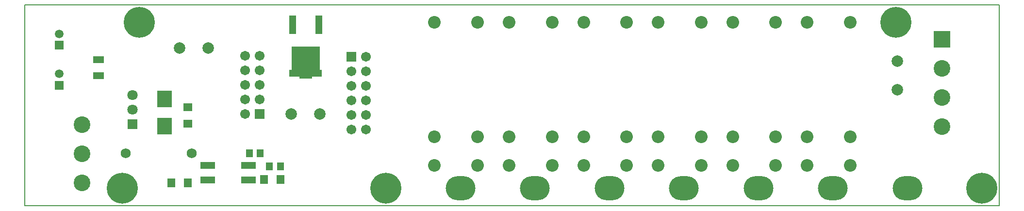
<source format=gts>
G04 Layer_Color=8388736*
%FSLAX25Y25*%
%MOIN*%
G70*
G01*
G75*
%ADD27C,0.00500*%
%ADD55R,0.07493X0.04540*%
%ADD56R,0.19698X0.20879*%
%ADD57R,0.04737X0.12611*%
%ADD58R,0.08674X0.02375*%
%ADD59R,0.02375X0.04737*%
%ADD60R,0.05524X0.06312*%
%ADD61R,0.04737X0.05524*%
%ADD62R,0.06312X0.05524*%
%ADD63R,0.09855X0.04737*%
%ADD64R,0.09855X0.11824*%
%ADD65C,0.11430*%
%ADD66R,0.11430X0.11430*%
%ADD67C,0.07887*%
%ADD68C,0.08674*%
%ADD69C,0.21272*%
%ADD70C,0.06706*%
%ADD71R,0.06706X0.06706*%
%ADD72C,0.07099*%
%ADD73R,0.07099X0.07099*%
%ADD74C,0.06902*%
%ADD75O,0.20485X0.16548*%
%ADD76R,0.05918X0.05918*%
%ADD77C,0.05918*%
D27*
X-0Y-0D02*
X669291D01*
X669291Y-0D01*
Y137795D01*
X669291Y137795D02*
X669291Y137795D01*
X-0Y137795D02*
X669291D01*
X-0Y-0D02*
Y137795D01*
D55*
X50800Y89188D02*
D03*
Y100212D02*
D03*
D56*
X192913Y99016D02*
D03*
D57*
X201909Y124409D02*
D03*
X183917D02*
D03*
D58*
X192913Y88189D02*
D03*
D59*
X203150Y90945D02*
D03*
X182677D02*
D03*
D60*
X164291Y18000D02*
D03*
X175709D02*
D03*
X100591Y15748D02*
D03*
X112008D02*
D03*
D61*
X175640Y26900D02*
D03*
X168160D02*
D03*
X161740Y36000D02*
D03*
X154260D02*
D03*
D62*
X112000Y56291D02*
D03*
Y67709D02*
D03*
D63*
X153543Y17559D02*
D03*
Y27559D02*
D03*
X125543D02*
D03*
Y17559D02*
D03*
D64*
X96000Y54551D02*
D03*
Y73449D02*
D03*
D65*
X629921Y54173D02*
D03*
Y74173D02*
D03*
Y94173D02*
D03*
X39370Y55748D02*
D03*
Y15748D02*
D03*
Y35748D02*
D03*
D66*
X629921Y114173D02*
D03*
D67*
X183071Y62992D02*
D03*
X202756D02*
D03*
X599409Y79724D02*
D03*
Y99410D02*
D03*
X125984Y108268D02*
D03*
X106299D02*
D03*
D68*
X566929Y125984D02*
D03*
X537402Y27559D02*
D03*
Y125984D02*
D03*
X566929Y47244D02*
D03*
X537402D02*
D03*
X566929Y27559D02*
D03*
X515748Y125984D02*
D03*
X486221Y27559D02*
D03*
Y125984D02*
D03*
X515748Y47244D02*
D03*
X486221D02*
D03*
X515748Y27559D02*
D03*
X464567Y125984D02*
D03*
X435039Y27559D02*
D03*
Y125984D02*
D03*
X464567Y47244D02*
D03*
X435039D02*
D03*
X464567Y27559D02*
D03*
X413386Y125984D02*
D03*
X383858Y27559D02*
D03*
Y125984D02*
D03*
X413386Y47244D02*
D03*
X383858D02*
D03*
X413386Y27559D02*
D03*
X362205Y125984D02*
D03*
X332677Y27559D02*
D03*
Y125984D02*
D03*
X362205Y47244D02*
D03*
X332677D02*
D03*
X362205Y27559D02*
D03*
X311024Y125984D02*
D03*
X281496Y27559D02*
D03*
Y125984D02*
D03*
X311024Y47244D02*
D03*
X281496D02*
D03*
X311024Y27559D02*
D03*
D69*
X66929Y11811D02*
D03*
X657480D02*
D03*
X78740Y125984D02*
D03*
X248031Y11811D02*
D03*
X598425Y125984D02*
D03*
D70*
X151417Y102992D02*
D03*
X161417D02*
D03*
X151417Y92992D02*
D03*
X161417D02*
D03*
X151417Y82992D02*
D03*
X161417D02*
D03*
X151417Y72992D02*
D03*
X161417D02*
D03*
X151417Y62992D02*
D03*
X234409Y102362D02*
D03*
X224410Y92362D02*
D03*
X234409D02*
D03*
X224410Y82362D02*
D03*
X234409D02*
D03*
X224410Y72362D02*
D03*
X234409D02*
D03*
X224410Y62362D02*
D03*
X234409D02*
D03*
X224410Y52362D02*
D03*
X234409D02*
D03*
D71*
X161417Y62992D02*
D03*
X224410Y102362D02*
D03*
D72*
X74000Y76000D02*
D03*
Y66000D02*
D03*
D73*
Y56000D02*
D03*
D74*
X114815Y36000D02*
D03*
X69185D02*
D03*
D75*
X299213Y11811D02*
D03*
X606299D02*
D03*
X555118D02*
D03*
X401575D02*
D03*
X350394D02*
D03*
X503937D02*
D03*
X452756D02*
D03*
D76*
X23622Y82677D02*
D03*
Y110236D02*
D03*
D77*
Y90551D02*
D03*
Y118110D02*
D03*
M02*

</source>
